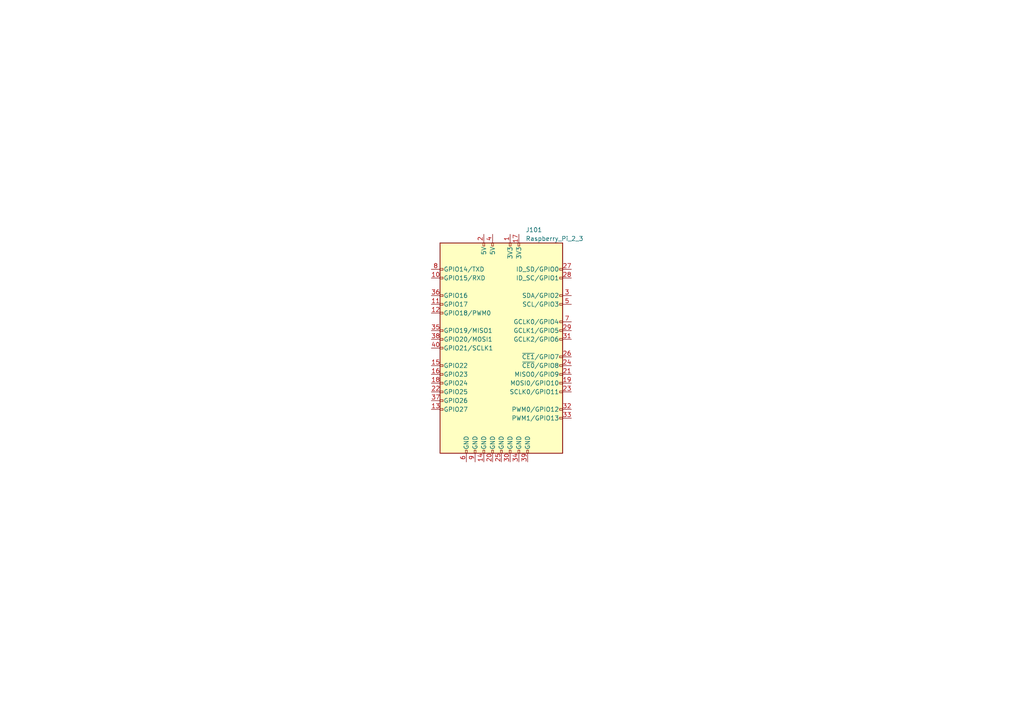
<source format=kicad_sch>
(kicad_sch (version 20230121) (generator eeschema)
  (paper "A4")
  (lib_symbols
    (symbol "Connector:Raspberry_Pi_2_3" (pin_names (offset 1.016))
      (property "Reference" "J" (at -17.78 31.75 0))
      (property "Value" "Raspberry_Pi_2_3" (at 10.16 -31.75 0))
      (symbol "Raspberry_Pi_2_3_0_1"
        (rectangle (start -17.78 30.48) (end 17.78 -30.48) (stroke (width 0.254)) (fill (type background)))
      )
      (symbol "Raspberry_Pi_2_3_1_1"
        (rectangle (start -16.891 -17.526) (end -17.78 -18.034))
        (rectangle (start -16.891 -14.986) (end -17.78 -15.494))
        (rectangle (start -16.891 -12.446) (end -17.78 -12.954))
        (rectangle (start -16.891 -9.906) (end -17.78 -10.414))
        (rectangle (start -16.891 -7.366) (end -17.78 -7.874))
        (rectangle (start -16.891 -4.826) (end -17.78 -5.334))
        (rectangle (start -16.891 0.254) (end -17.78 -0.254))
        (rectangle (start -16.891 2.794) (end -17.78 2.286))
        (rectangle (start -16.891 5.334) (end -17.78 4.826))
        (rectangle (start -16.891 10.414) (end -17.78 9.906))
        (rectangle (start -16.891 12.954) (end -17.78 12.446))
        (rectangle (start -16.891 15.494) (end -17.78 14.986))
        (rectangle (start -16.891 20.574) (end -17.78 20.066))
        (rectangle (start -16.891 23.114) (end -17.78 22.606))
        (rectangle (start -10.414 -29.591) (end -9.906 -30.48))
        (rectangle (start -7.874 -29.591) (end -7.366 -30.48))
        (rectangle (start -5.334 -29.591) (end -4.826 -30.48))
        (rectangle (start -5.334 30.48) (end -4.826 29.591))
        (rectangle (start -2.794 -29.591) (end -2.286 -30.48))
        (rectangle (start -2.794 30.48) (end -2.286 29.591))
        (rectangle (start -0.254 -29.591) (end 0.254 -30.48))
        (rectangle (start 2.286 -29.591) (end 2.794 -30.48))
        (rectangle (start 2.286 30.48) (end 2.794 29.591))
        (rectangle (start 4.826 -29.591) (end 5.334 -30.48))
        (rectangle (start 4.826 30.48) (end 5.334 29.591))
        (rectangle (start 7.366 -29.591) (end 7.874 -30.48))
        (rectangle (start 17.78 -20.066) (end 16.891 -20.574))
        (rectangle (start 17.78 -17.526) (end 16.891 -18.034))
        (rectangle (start 17.78 -12.446) (end 16.891 -12.954))
        (rectangle (start 17.78 -9.906) (end 16.891 -10.414))
        (rectangle (start 17.78 -7.366) (end 16.891 -7.874))
        (rectangle (start 17.78 -4.826) (end 16.891 -5.334))
        (rectangle (start 17.78 -2.286) (end 16.891 -2.794))
        (rectangle (start 17.78 2.794) (end 16.891 2.286))
        (rectangle (start 17.78 5.334) (end 16.891 4.826))
        (rectangle (start 17.78 7.874) (end 16.891 7.366))
        (rectangle (start 17.78 12.954) (end 16.891 12.446))
        (rectangle (start 17.78 15.494) (end 16.891 14.986))
        (rectangle (start 17.78 20.574) (end 16.891 20.066))
        (rectangle (start 17.78 23.114) (end 16.891 22.606))
        (pin power_in line (at 2.54 33.02 270) (length 2.54) (name "3V3") (number "1"))
        (pin bidirectional line (at -20.32 20.32 0) (length 2.54) (name "GPIO15/RXD") (number "10"))
        (pin bidirectional line (at -20.32 12.7 0) (length 2.54) (name "GPIO17") (number "11"))
        (pin bidirectional line (at -20.32 10.16 0) (length 2.54) (name "GPIO18/PWM0") (number "12"))
        (pin bidirectional line (at -20.32 -17.78 0) (length 2.54) (name "GPIO27") (number "13"))
        (pin power_in line (at -5.08 -33.02 90) (length 2.54) (name "GND") (number "14"))
        (pin bidirectional line (at -20.32 -5.08 0) (length 2.54) (name "GPIO22") (number "15"))
        (pin bidirectional line (at -20.32 -7.62 0) (length 2.54) (name "GPIO23") (number "16"))
        (pin power_in line (at 5.08 33.02 270) (length 2.54) (name "3V3") (number "17"))
        (pin bidirectional line (at -20.32 -10.16 0) (length 2.54) (name "GPIO24") (number "18"))
        (pin bidirectional line (at 20.32 -10.16 180) (length 2.54) (name "MOSI0/GPIO10") (number "19"))
        (pin power_in line (at -5.08 33.02 270) (length 2.54) (name "5V") (number "2"))
        (pin power_in line (at -2.54 -33.02 90) (length 2.54) (name "GND") (number "20"))
        (pin bidirectional line (at 20.32 -7.62 180) (length 2.54) (name "MISO0/GPIO9") (number "21"))
        (pin bidirectional line (at -20.32 -12.7 0) (length 2.54) (name "GPIO25") (number "22"))
        (pin bidirectional line (at 20.32 -12.7 180) (length 2.54) (name "SCLK0/GPIO11") (number "23"))
        (pin bidirectional line (at 20.32 -5.08 180) (length 2.54) (name "~{CE0}/GPIO8") (number "24"))
        (pin power_in line (at 0 -33.02 90) (length 2.54) (name "GND") (number "25"))
        (pin bidirectional line (at 20.32 -2.54 180) (length 2.54) (name "~{CE1}/GPIO7") (number "26"))
        (pin bidirectional line (at 20.32 22.86 180) (length 2.54) (name "ID_SD/GPIO0") (number "27"))
        (pin bidirectional line (at 20.32 20.32 180) (length 2.54) (name "ID_SC/GPIO1") (number "28"))
        (pin bidirectional line (at 20.32 5.08 180) (length 2.54) (name "GCLK1/GPIO5") (number "29"))
        (pin bidirectional line (at 20.32 15.24 180) (length 2.54) (name "SDA/GPIO2") (number "3"))
        (pin power_in line (at 2.54 -33.02 90) (length 2.54) (name "GND") (number "30"))
        (pin bidirectional line (at 20.32 2.54 180) (length 2.54) (name "GCLK2/GPIO6") (number "31"))
        (pin bidirectional line (at 20.32 -17.78 180) (length 2.54) (name "PWM0/GPIO12") (number "32"))
        (pin bidirectional line (at 20.32 -20.32 180) (length 2.54) (name "PWM1/GPIO13") (number "33"))
        (pin power_in line (at 5.08 -33.02 90) (length 2.54) (name "GND") (number "34"))
        (pin bidirectional line (at -20.32 5.08 0) (length 2.54) (name "GPIO19/MISO1") (number "35"))
        (pin bidirectional line (at -20.32 15.24 0) (length 2.54) (name "GPIO16") (number "36"))
        (pin bidirectional line (at -20.32 -15.24 0) (length 2.54) (name "GPIO26") (number "37"))
        (pin bidirectional line (at -20.32 2.54 0) (length 2.54) (name "GPIO20/MOSI1") (number "38"))
        (pin power_in line (at 7.62 -33.02 90) (length 2.54) (name "GND") (number "39"))
        (pin power_in line (at -2.54 33.02 270) (length 2.54) (name "5V") (number "4"))
        (pin bidirectional line (at -20.32 0 0) (length 2.54) (name "GPIO21/SCLK1") (number "40"))
        (pin bidirectional line (at 20.32 12.7 180) (length 2.54) (name "SCL/GPIO3") (number "5"))
        (pin power_in line (at -10.16 -33.02 90) (length 2.54) (name "GND") (number "6"))
        (pin bidirectional line (at 20.32 7.62 180) (length 2.54) (name "GCLK0/GPIO4") (number "7"))
        (pin bidirectional line (at -20.32 22.86 0) (length 2.54) (name "GPIO14/TXD") (number "8"))
        (pin power_in line (at -7.62 -33.02 90) (length 2.54) (name "GND") (number "9"))
      )
    )
  )
  (symbol (lib_id "Connector:Raspberry_Pi_2_3") (at 145.415 100.965 0) (unit 1)
    (property "Reference" "J101" (at 152.4509 66.675 0) (effects (justify left)))
    (property "Value" "Raspberry_Pi_2_3" (at 152.4509 69.215 0) (effects (justify left)))
    (property "Footprint" "Connector_PinHeader_2.54mm:PinHeader_2x20_P2.54mm_Vertical" (effects hide))
    (property "Datasheet" "https://www.raspberrypi.org/documentation/hardware/raspberrypi/schematics/rpi_SCH_3bplus_1p0_reduced.pdf" (effects hide))
  )
)
</source>
